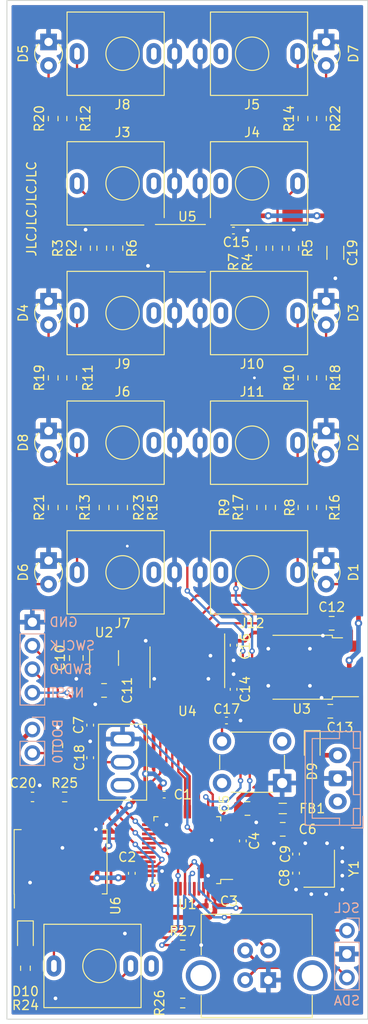
<source format=kicad_pcb>
(kicad_pcb (version 20241229) (generator "pcbnew") (generator_version "9.0")
  (layers (0 "F.Cu" signal) (2 "B.Cu" signal) (13 "F.Paste" user) (15 "B.Paste" user) (5 "F.SilkS" user "F.Silkscreen") (7 "B.SilkS" user "B.Silkscreen") (1 "F.Mask" user) (3 "B.Mask" user) (25 "Edge.Cuts" user))
  (net 0 "")
  (net 1 "+3.3V")
  (net 2 "GND")
  (net 3 "+3.3VA")
  (net 4 "Net-(C17-Pad1)")
  (net 20 "/OSC_IN")
  (net 21 "/OSC_OUT")
  (net 22 "+5V")
  (net 23 "+12V")
  (net 24 "DAC_OUT1")
  (net 25 "DAC_OUT2")
  (net 26 "/USB_D-")
  (net 27 "/USB_D+")
  (net 28 "/SWDIO")
  (net 29 "/SWCLK")
  (net 30 "Net-(SW2-B)")
  (net 31 "Net-(U4-A1)")
  (net 32 "Net-(D1-A)")
  (net 33 "Net-(U4-A2)")
  (net 34 "Net-(D2-A)")
  (net 35 "Net-(U4-A3)")
  (net 36 "Net-(D3-A)")
  (net 37 "Net-(U4-A4)")
  (net 38 "Net-(D4-A)")
  (net 39 "Net-(U4-A5)")
  (net 40 "Net-(D5-A)")
  (net 41 "Net-(U4-A6)")
  (net 42 "Net-(D6-A)")
  (net 43 "Net-(U4-A7)")
  (net 44 "Net-(D7-A)")
  (net 45 "Net-(U4-A8)")
  (net 46 "Net-(D8-A)")
  (net 47 "/+12V_RAW")
  (net 48 "Net-(J1-VBUS)")
  (net 50 "Net-(J3-PadT)")
  (net 52 "Net-(J4-PadT)")
  (net 54 "Net-(J5-PadT)")
  (net 56 "Net-(J6-PadT)")
  (net 58 "Net-(J7-PadT)")
  (net 60 "Net-(J8-PadT)")
  (net 62 "Net-(J9-PadT)")
  (net 64 "Net-(J10-PadT)")
  (net 66 "Net-(J11-PadT)")
  (net 68 "Net-(J12-PadT)")
  (net 71 "Net-(J14-Pin_2)")
  (net 72 "Net-(U5A--)")
  (net 73 "Net-(U5B--)")
  (net 74 "Net-(R6-Pad1)")
  (net 75 "Net-(R7-Pad1)")
  (net 77 "Net-(D10-K)")
  (net 79 "/MIDI_IN_TIP")
  (net 80 "/MIDI_IN_RING")
  (net 84 "PB10")
  (net 85 "PB2")
  (net 86 "PB1")
  (net 87 "PB0")
  (net 88 "PA7")
  (net 89 "PA6")
  (net 90 "PA3")
  (net 91 "PB12")
  (net 92 "UART1_RX")
  (net 93 "Net-(U1-PA8)")
  (net 94 "UART1_TX")
  (net 95 "NRST")
  (net 96 "I2C1_SCL")
  (net 97 "I2C1_SDA")
  (footprint "Capacitor_SMD:C_0402_1005Metric" (layer "F.Cu") (at 138.5 138.5)
    (property "Reference" "C1")
    (property "Value" "100n")
  )
  (footprint "Capacitor_SMD:C_0603_1608Metric" (layer "F.Cu") (at 124.265 138.75 180)
    (property "Reference" "C20")
    (property "Value" "100n")
  )
  (footprint "Capacitor_SMD:C_0805_2012Metric" (layer "F.Cu") (at 132 127.25 180)
    (property "Reference" "C11")
    (property "Value" "1u")
  )
  (footprint "TimsLib:LED_D3.0mm_Centered" (layer "F.Cu") (at 126 86.5 -90)
    (property "Reference" "D4")
    (property "Value" "LED")
  )
  (footprint "Resistor_SMD:R_0603_1608Metric" (layer "F.Cu") (at 150.75 79.5 -90)
    (property "Reference" "R4")
    (property "Value" "100k")
  )
  (footprint "Resistor_SMD:R_0603_1608Metric" (layer "F.Cu") (at 155.5 93.5 90)
    (property "Reference" "R18")
    (property "Value" "1k5")
  )
  (footprint "TimsLib:LED_D3.0mm_Centered" (layer "F.Cu") (at 156 114.5 -90)
    (property "Reference" "D1")
    (property "Value" "LED")
  )
  (footprint "Resistor_SMD:R_0603_1608Metric" (layer "F.Cu") (at 127 133.19 90)
    (property "Reference" "R1" (hide yes))
    (property "Value" "10k")
  )
  (footprint "TimsLib:Reichelt_FIS-USB-2-B-180" (layer "F.Cu") (at 148.499999 157)
    (property "Reference" "J1" (hide yes))
    (property "Value" "USB_B")
  )
  (footprint "Package_SO:TSSOP-24_4.4x7.8mm_P0.65mm" (layer "F.Cu") (at 141 124.75 -90)
    (property "Reference" "U4")
    (property "Value" "SN74LVC4245")
  )
  (footprint "Capacitor_SMD:C_0805_2012Metric" (layer "F.Cu") (at 151.3125 142.25 180)
    (property "Reference" "C6")
    (property "Value" "1u")
  )
  (footprint "Resistor_SMD:R_0603_1608Metric" (layer "F.Cu") (at 153.5 93.5 -90)
    (property "Reference" "R10")
    (property "Value" "1k")
  )
  (footprint "Capacitor_SMD:C_0805_2012Metric" (layer "F.Cu") (at 156.602976 120 180)
    (property "Reference" "C12")
    (property "Value" "100n")
  )
  (footprint "Resistor_SMD:R_0603_1608Metric" (layer "F.Cu") (at 140.5 154.75 180)
    (property "Reference" "R27")
    (property "Value" "82k")
  )
  (footprint "Capacitor_SMD:C_0805_2012Metric" (layer "F.Cu") (at 147.5 140)
    (property "Reference" "C5")
    (property "Value" "1u")
  )
  (footprint "Resistor_SMD:R_0603_1608Metric" (layer "F.Cu") (at 148 107.5 -90)
    (property "Reference" "R9")
    (property "Value" "1k")
  )
  (footprint "Resistor_SMD:R_0603_1608Metric" (layer "F.Cu") (at 131.75 79.5 -90)
    (property "Reference" "R2")
    (property "Value" "100k")
  )
  (footprint "Package_TO_SOT_SMD:SOT-23-3" (layer "F.Cu") (at 132 123.75 90)
    (property "Reference" "U2")
    (property "Value" "XC6206P332MR")
  )
  (footprint "Capacitor_SMD:C_0402_1005Metric" (layer "F.Cu") (at 143.5 150.5 180)
    (property "Reference" "C3")
    (property "Value" "100n")
  )
  (footprint "TimsLib:Jack_3.5mm_PJ366ST_Vertical" (layer "F.Cu") (at 131.5 157 90)
    (property "Reference" "J15" (hide yes))
    (property "Value" "MIDI")
  )
  (footprint "TimsLib:Jack_3.5mm_PJ398SM_Vertical" (layer "F.Cu") (at 134 58.5 90)
    (property "Reference" "J8")
    (property "Value" "START")
  )
  (footprint "Crystal:Crystal_SMD_3225-4Pin_3.2x2.5mm" (layer "F.Cu") (at 155.25 146.5 90)
    (property "Reference" "Y1")
    (property "Value" "16 MHz")
  )
  (footprint "TimsLib:Jack_3.5mm_PJ398SM_Vertical" (layer "F.Cu") (at 148 58.5 -90)
    (property "Reference" "J5")
    (property "Value" "GATE")
  )
  (footprint "Capacitor_SMD:C_0402_1005Metric" (layer "F.Cu") (at 147 143.5 -90)
    (property "Reference" "C4")
    (property "Value" "10n")
  )
  (footprint "Resistor_SMD:R_0603_1608Metric" (layer "F.Cu") (at 149 79.5 -90)
    (property "Reference" "R7")
    (property "Value" "1k")
  )
  (footprint "Package_TO_SOT_SMD:TO-252-2" (layer "F.Cu") (at 153.362976 124.75 180)
    (property "Reference" "U3")
    (property "Value" "L78M05ABDT-TR")
  )
  (footprint "Resistor_SMD:R_0603_1608Metric" (layer "F.Cu") (at 133.5 79.5 -90)
    (property "Reference" "R6")
    (property "Value" "1k")
  )
  (footprint "Package_QFP:LQFP-48_7x7mm_P0.5mm" (layer "F.Cu") (at 141 144.5 180)
    (property "Reference" "U1")
    (property "Value" "STM32L151C8T6")
  )
  (footprint "Capacitor_SMD:C_0402_1005Metric" (layer "F.Cu") (at 135 147 90)
    (property "Reference" "C2")
    (property "Value" "100n")
  )
  (footprint "Package_SO:SOIC-8_3.9x4.9mm_P1.27mm" (layer "F.Cu") (at 141 79.5)
    (property "Reference" "U5")
    (property "Value" "LM358")
  )
  (footprint "Capacitor_SMD:C_0805_2012Metric" (layer "F.Cu") (at 129 123.75 -90)
    (property "Reference" "C10")
    (property "Value" "1u")
  )
  (footprint "Resistor_SMD:R_0603_1608Metric" (layer "F.Cu") (at 134 107.5 90)
    (property "Reference" "R15")
    (property "Value" "1k")
  )
  (footprint "Resistor_SMD:R_0603_1608Metric" (layer "F.Cu") (at 152.5 79.5 90)
    (property "Reference" "R5")
    (property "Value" "100k")
  )
  (footprint "TimsLib:LED_D3.0mm_Centered" (layer "F.Cu") (at 126 58.5 -90)
    (property "Reference" "D5")
    (property "Value" "LED")
  )
  (footprint "TimsLib:Jack_3.5mm_PJ398SM_Vertical" (layer "F.Cu") (at 148 72.5 -90)
    (property "Reference" "J4")
    (property "Value" "VELOCITY")
  )
  (footprint "TimsLib:Jack_3.5mm_PJ398SM_Vertical" (layer "F.Cu") (at 148 86.5 -90)
    (property "Reference" "J10")
    (property "Value" "GATE 3")
  )
  (footprint "Capacitor_SMD:C_0402_1005Metric" (layer "F.Cu") (at 152.75 144.92 90)
    (property "Reference" "C9")
    (property "Value" "10p")
  )
  (footprint "Inductor_SMD:L_0805_2012Metric" (layer "F.Cu") (at 151.3125 140)
    (property "Reference" "FB1")
    (property "Value" "600R")
  )
  (footprint "Resistor_SMD:R_0603_1608Metric" (layer "F.Cu") (at 128.5 93.5 90)
    (property "Reference" "R11")
    (property "Value" "1k")
  )
  (footprint "Capacitor_SMD:C_1206_3216Metric" (layer "F.Cu") (at 157 80 -90)
    (property "Reference" "C19")
    (property "Value" "10u")
  )
  (footprint "Resistor_SMD:R_0603_1608Metric" (layer "F.Cu") (at 153.5 107.5 90)
    (property "Reference" "R8")
    (property "Value" "1k")
  )
  (footprint "Resistor_SMD:R_0603_1608Metric" (layer "F.Cu") (at 140.5 161)
    (property "Reference" "R26")
    (property "Value" "33k")
  )
  (footprint "TimsLib:Jack_3.5mm_PJ398SM_Vertical" (layer "F.Cu") (at 134 72.5 90)
    (property "Reference" "J3")
    (property "Value" "PITCH")
  )
  (footprint "TimsLib:Jack_3.5mm_PJ398SM_Vertical" (layer "F.Cu") (at 148 114.5 -90)
    (property "Reference" "J12")
    (property "Value" "GATE 1")
  )
  (footprint "Resistor_SMD:R_0603_1608Metric" (layer "F.Cu") (at 127.745 138.75 180)
    (property "Reference" "R25")
    (property "Value" "470")
  )
  (footprint "Resistor_SMD:R_0603_1608Metric" (layer "F.Cu") (at 130 79.5 90)
    (property "Reference" "R3")
    (property "Value" "100k")
  )
  (footprint "TimsLib:Switch_SPDT_Micro-Toggle" (layer "F.Cu") (at 134 135 180)
    (property "Reference" "SW2" (hide yes))
    (property "Value" "MONO/POLY")
  )
  (footprint "Capacitor_SMD:C_0805_2012Metric" (layer "F.Cu") (at 156.452976 129.5 180)
    (property "Reference" "C13")
    (property "Value" "330n")
  )
  (footprint "TimsLib:LED_D3.0mm_Centered" (layer "F.Cu") (at 126 114.5 -90)
    (property "Reference" "D6")
    (property "Value" "LED")
  )
  (footprint "Resistor_SMD:R_0603_1608Metric" (layer "F.Cu") (at 155.5 65.5 90)
    (property "Reference" "R22")
    (property "Value" "1k5")
  )
  (footprint "Diode_SMD:D_SOD-323" (layer "F.Cu") (at 154.5 133.2 -90)
    (property "Reference" "D9")
    (property "Value" "1N5819WS")
  )
  (footprint "Capacitor_SMD:C_0402_1005Metric" (layer "F.Cu") (at 145.23 130.5)
    (property "Reference" "C17")
    (property "Value" "100n")
  )
  (footprint "Capacitor_SMD:C_0402_1005Metric" (layer "F.Cu") (at 130.5 134.52 90)
    (property "Reference" "C18")
    (property "Value" "100n")
  )
  (footprint "TimsLib:LED_D3.0mm_Centered" (layer "F.Cu") (at 156 58.5 -90)
    (property "Reference" "D7")
    (property "Value" "LED")
  )
  (footprint "TimsLib:LED_D3.0mm_Centered" (layer "F.Cu") (at 156 100.5 -90)
    (property "Reference" "D2")
    (property "Value" "LED")
  )
  (footprint "Resistor_SMD:R_0603_1608Metric" (layer "F.Cu") (at 126.5 107.5 -90)
    (property "Reference" "R21")
    (property "Value" "1k5")
  )
  (footprint "TimsLib:LED_D3.0mm_Centered" (layer "F.Cu") (at 156 86.5 -90)
    (property "Reference" "D3")
    (property "Value" "LED")
  )
  (footprint "TimsLib:Jack_3.5mm_PJ398SM_Vertical" (layer "F.Cu") (at 134 114.5 90)
    (property "Reference" "J7")
    (property "Value" "CLOCK")
  )
  (footprint "Resistor_SMD:R_0603_1608Metric" (layer "F.Cu") (at 155.5 107.5 -90)
    (property "Reference" "R16")
    (property "Value" "1k5")
  )
  (footprint "Capacitor_SMD:C_0402_1005Metric" (layer "F.Cu") (at 146 122.3675 -90)
    (property "Reference" "C16")
    (property "Value" "100n")
  )
  (footprint "Resistor_SMD:R_0603_1608Metric" (layer "F.Cu") (at 132 107.5 90)
    (property "Reference" "R23")
    (property "Value" "1k5")
  )
  (footprint "Capacitor_SMD:C_0402_1005Metric" (layer "F.Cu") (at 130.5 131 -90)
    (property "Reference" "C7")
    (property "Value" "100n")
  )
  (footprint "TimsLib:Jack_3.5mm_PJ398SM_Vertical" (layer "F.Cu") (at 134 86.5 90)
    (property "Reference" "J9")
    (property "Value" "GATE 4")
  )
  (footprint "Resistor_SMD:R_0603_1608Metric" (layer "F.Cu") (at 126.5 65.5 90)
    (property "Reference" "R20")
    (property "Value" "1k5")
  )
  (footprint "Package_SO:SSO-8_6.7x9.8mm_P2.54mm_Clearance8mm" (layer "F.Cu") (at 127.3 145.75 90)
    (property "Reference" "U6")
    (property "Value" "6N137")
  )
  (footprint "Capacitor_SMD:C_0402_1005Metric" (layer "F.Cu") (at 152.75 146.98 -90)
    (property "Reference" "C8")
    (property "Value" "10p")
  )
  (footprint "Diode_SMD:D_SOD-323" (layer "F.Cu") (at 123.5 153.75 -90)
    (property "Reference" "D10")
    (property "Value" "1N4148WS")
  )
  (footprint "TimsLib:Switch_Push_6mm" (layer "F.Cu") (at 144.75 132.75)
    (property "Reference" "SW1" (hide yes))
    (property "Value" "LEARN")
  )
  (footprint "Resistor_SMD:R_0603_1608Metric" (layer "F.Cu") (at 126.5 93.5 90)
    (property "Reference" "R19")
    (property "Value" "1k5")
  )
  (footprint "Resistor_SMD:R_0603_1608Metric" (layer "F.Cu") (at 128.5 65.5 90)
    (property "Reference" "R12")
    (property "Value" "1k")
  )
  (footprint "Resistor_SMD:R_0603_1608Metric" (layer "F.Cu") (at 128.5 107.5 -90)
    (property "Reference" "R13")
    (property "Value" "1k")
  )
  (footprint "Capacitor_SMD:C_0402_1005Metric" (layer "F.Cu") (at 145.98 77.595)
    (property "Reference" "C15")
    (property "Value" "100n")
  )
  (footprint "Capacitor_SMD:C_0402_1005Metric" (layer "F.Cu") (at 146 127.1325 90)
    (property "Reference" "C14")
    (property "Value" "100n")
  )
  (footprint "Resistor_SMD:R_0603_1608Metric" (layer "F.Cu") (at 123.5 157.25 90)
    (property "Reference" "R24")
    (property "Value" "220")
  )
  (footprint "TimsLib:Jack_3.5mm_PJ398SM_Vertical" (layer "F.Cu") (at 148 100.5 -90)
    (property "Reference" "J11")
    (property "Value" "GATE 2")
  )
  (footprint "Resistor_SMD:R_0603_1608Metric" (layer "F.Cu") (at 153.5 65.5 90)
    (property "Reference" "R14")
    (property "Value" "1k")
  )
  (footprint "TimsLib:Jack_3.5mm_PJ398SM_Vertical" (layer "F.Cu") (at 134 100.5 90)
    (property "Reference" "J6")
    (property "Value" "TRIGGER")
  )
  (footprint "Resistor_SMD:R_0603_1608Metric" (layer "F.Cu") (at 150 107.5 90)
    (property "Reference" "R17")
    (property "Value" "1k5")
  )
  (footprint "TimsLib:LED_D3.0mm_Centered" (layer "F.Cu") (at 126 100.5 -90)
    (property "Reference" "D8")
    (property "Value" "LED")
  )
  (footprint "Connector_PinHeader_2.54mm:PinHeader_1x04_P2.54mm_Vertical" (layer "B.Cu") (at 124.25 119.88 180)
    (property "Reference" "J2" (hide yes))
    (property "Value" "SWD")
  )
  (footprint "Connector_PinHeader_2.54mm:PinHeader_1x03_P2.54mm_Vertical" (layer "B.Cu") (at 158.25 153.17 180)
    (property "Reference" "J16" (hide yes))
    (property "Value" "EXT")
  )
  (footprint "Connector_PinHeader_2.54mm:PinHeader_1x02_P2.54mm_Vertical" (layer "B.Cu") (at 124.25 131.475 180)
    (property "Reference" "J14" (hide yes))
    (property "Value" "BOOT")
  )
  (footprint "Connector_JST:JST_XH_B3B-XH-A_1x03_P2.50mm_Vertical" (layer "B.Cu") (at 157.25 139.25 90)
    (property "Reference" "J13" (hide yes))
    (property "Value" "Power")
  )
  (gr_rect (start 121.5 52.75) (end 160.5 162.75) (stroke (width 0.1)) (fill no) (layer "Edge.Cuts"))
  (gr_text "JLCJLCJLCJLC" (at 124.75 75.25 90) (layer "F.SilkS") (effects (font (size 1 1)) (justify bottom)))
  (segment (start 135 147.48) (end 135 149) (width 0.5) (layer "F.Cu") (net 1))
  (segment (start 135.632892 147.48) (end 135 147.48) (width 0.3) (layer "F.Cu") (net 1))
  (segment (start 152.25 149.75) (end 153 150.5) (width 0.5) (layer "F.Cu") (net 1))
  (segment (start 138.910291 125.75) (end 138.047791 124.8875) (width 0.4) (layer "F.Cu") (net 1))
  (segment (start 137.75 151.75) (end 143.443863 151.75) (width 0.5) (layer "F.Cu") (net 1))
  (segment (start 158.25 142.25) (end 152.2625 142.25) (width 0.5) (layer "F.Cu") (net 1))
  (segment (start 144.575 127.6125) (end 144.575 125.486616) (width 0.4) (layer "F.Cu") (net 1))
  (segment (start 123.49 136.24) (end 125.74 136.24) (width 0.5) (layer "F.Cu") (net 1))
  (segment (start 152.375 140) (end 152.375 142.1375) (width 0.5) (layer "F.Cu") (net 1))
  (segment (start 126.5 147.5) (end 123.49 144.49) (width 0.5) (layer "F.Cu") (net 1))
  (segment (start 126.92 137.42) (end 126.92 138.75) (width 0.5) (layer "F.Cu") (net 1))
  (segment (start 145.1625 147.718349) (end 145.1625 147.25) (width 0.3) (layer "F.Cu") (net 1))
  (segment (start 143.98 149.880872) (end 143.98 150.5) (width 0.3) (layer "F.Cu") (net 1))
  (segment (start 135.862892 147.25) (end 135.632892 147.48) (width 0.3) (layer "F.Cu") (net 1))
  (segment (start 143.75 148.6625) (end 143.75 149.650872) (width 0.3) (layer "F.Cu") (net 1))
  (segment (start 141.75 125.75) (end 138.910291 125.75) (width 0.4) (layer "F.Cu") (net 1))
  (segment (start 132.95 127.45) (end 132.95 127.25) (width 0.5) (layer "F.Cu") (net 1))
  (segment (start 131.25 147.5) (end 126.5 147.5) (width 0.5) (layer "F.Cu") (net 1))
  (segment (start 122.599703 133.125297) (end 122.599703 135.349703) (width 0.5) (layer "F.Cu") (net 1))
  (segment (start 122.599703 135.349703) (end 123.49 136.24) (width 0.5) (layer "F.Cu") (net 1))
  (segment (start 144.892576 150.5) (end 145.642576 149.75) (width 0.5) (layer "F.Cu") (net 1))
  (segment (start 152.375 142.1375) (end 152.2625 142.25) (width 0.5) (layer "F.Cu") (net 1))
  (segment (start 135 149) (end 137.75 151.75) (width 0.5) (layer "F.Cu") (net 1))
  (segment (start 153 150.5) (end 158.25 150.5) (width 0.5) (layer "F.Cu") (net 1))
  (segment (start 133.539693 147.48) (end 135 147.48) (width 0.5) (layer "F.Cu") (net 1))
  (segment (start 132.95 124.8875) (end 132.95 127.25) (width 0.6) (layer "F.Cu") (net 1))
  (segment (start 143.98 151.213863) (end 143.98 150.5) (width 0.5) (layer "F.Cu") (net 1))
  (segment (start 138.02 139.130418) (end 138.02 138.5) (width 0.3) (layer "F.Cu") (net 1))
  (segment (start 134.72602 139.658673) (end 136.5 137.884693) (width 0.5) (layer "F.Cu") (net 1))
  (segment (start 143.98 150.5) (end 144.892576 150.5) (width 0.5) (layer "F.Cu") (net 1))
  (segment (start 136.5 137.884693) (end 136.5 136.25) (width 0.5) (layer "F.Cu") (net 1))
  (segment (start 123.49 144.49) (end 123.49 140.99) (width 0.5) (layer "F.Cu") (net 1))
  (segment (start 143.443863 151.75) (end 143.98 151.213863) (width 0.5) (layer "F.Cu") (net 1))
  (segment (start 138.02 137.630815) (end 138.02 138.5) (width 0.5) (layer "F.Cu") (net 1))
  (segment (start 138.25 139.360418) (end 138.02 139.130418) (width 0.3) (layer "F.Cu") (net 1))
  (segment (start 159.25 143.25) (end 158.25 142.25) (width 0.5) (layer "F.Cu") (net 1))
  (segment (start 142.410291 125.089709) (end 141.75 125.75) (width 0.4) (layer "F.Cu") (net 1))
  (segment (start 134.125 128.625) (end 132.95 127.45) (width 0.5) (layer "F.Cu") (net 1))
  (segment (start 145.642576 149.75) (end 152.25 149.75) (width 0.5) (layer "F.Cu") (net 1))
  (segment (start 131.25 145.25) (end 132.5 144) (width 0.5) (layer "F.Cu") (net 1))
  (segment (start 138.047791 124.8875) (end 132.95 124.8875) (width 0.4) (layer "F.Cu") (net 1))
  (segment (start 159.25 149.5) (end 159.25 143.25) (width 0.5) (layer "F.Cu") (net 1))
  (segment (start 143.75 149.650872) (end 143.98 149.880872) (width 0.3) (layer "F.Cu") (net 1))
  (segment (start 144.218349 148.6625) (end 145.1625 147.718349) (width 0.3) (layer "F.Cu") (net 1))
  (segment (start 143.75 148.6625) (end 144.218349 148.6625) (width 0.3) (layer "F.Cu") (net 1))
  (segment (start 136.8375 147.25) (end 135.862892 147.25) (width 0.3) (layer "F.Cu") (net 1))
  (segment (start 135.625 128.625) (end 134.125 128.625) (width 0.5) (layer "F.Cu") (net 1))
  (segment (start 144.575 125.486616) (end 144.178093 125.089709) (width 0.4) (layer "F.Cu") (net 1))
  (segment (start 124.25 131.475) (end 122.599703 133.125297) (width 0.5) (layer "F.Cu") (net 1))
  (segment (start 138.25 140.3375) (end 138.25 139.360418) (width 0.3) (layer "F.Cu") (net 1))
  (segment (start 123.49 136.24) (end 123.49 140.74) (width 0.5) (layer "F.Cu") (net 1))
  (segment (start 138.400815 137.25) (end 138.02 137.630815) (width 0.5) (layer "F.Cu") (net 1))
  (segment (start 146 127.6125) (end 144.575 127.6125) (width 0.4) (layer "F.Cu") (net 1))
  (segment (start 144.575 127.6125) (end 143.925 127.6125) (width 0.4) (layer "F.Cu") (net 1))
  (segment (start 158.25 150.5) (end 159.25 149.5) (width 0.5) (layer "F.Cu") (net 1))
  (segment (start 131.25 147.5) (end 131.25 145.25) (width 0.5) (layer "F.Cu") (net 1))
  (segment (start 125.74 136.24) (end 126.92 137.42) (width 0.5) (layer "F.Cu") (net 1))
  (segment (start 136.5 136.25) (end 136.5 129.5) (width 0.5) (layer "F.Cu") (net 1))
  (segment (start 144.178093 125.089709) (end 142.410291 125.089709) (width 0.4) (layer "F.Cu") (net 1))
  (segment (start 136.5 129.5) (end 135.625 128.625) (width 0.5) (layer "F.Cu") (net 1))
  (via (at 136.5 136.25) (size 0.8) (drill 0.4) (layers "F.Cu" "B.Cu") (net 1))
  (via (at 132.5 144) (size 0.8) (drill 0.4) (layers "F.Cu" "B.Cu") (net 1))
  (via (at 131.25 147.5) (size 0.8) (drill 0.4) (layers "F.Cu" "B.Cu") (net 1))
  (via (at 134.72602 139.658673) (size 0.8) (drill 0.4) (layers "F.Cu" "B.Cu") (net 1))
  (via (at 138.400815 137.25) (size 0.8) (drill 0.4) (layers "F.Cu" "B.Cu") (net 1))
  (via (at 133.539693 147.48) (size 0.8) (drill 0.4) (layers "F.Cu" "B.Cu") (net 1))
  (segment (start 131.25 147.5) (end 131.27 147.48) (width 0.5) (layer "B.Cu") (net 1))
  (segment (start 134.72602 139.658673) (end 132.5 141.884693) (width 0.5) (layer "B.Cu") (net 1))
  (segment (start 132.5 141.884693) (end 132.5 144) (width 0.5) (layer "B.Cu") (net 1))
  (segment (start 136.5 136.25) (end 137.400815 136.25) (width 0.5) (layer "B.Cu") (net 1))
  (segment (start 137.400815 136.25) (end 138.400815 137.25) (width 0.5) (layer "B.Cu") (net 1))
  (segment (start 131.27 147.48) (end 133.539693 147.48) (width 0.5) (layer "B.Cu") (net 1))
  (segment (start 143.275 126.025) (end 143.25 126) (width 0.25) (layer "F.Cu") (net 2))
  (segment (start 156.1 145.4) (end 156.1 143.75) (width 0.5) (layer "F.Cu") (net 2))
  (segment (start 130.8625 124.7) (end 131.05 124.8875) (width 0.5) (layer "F.Cu") (net 2))
  (segment (start 143.967403 143.75) (end 143.638166 143.420763) (width 0.3) (layer "F.Cu") (net 2))
  (segment (start 157.75 148.75) (end 157.75 147.25) (width 0.5) (layer "F.Cu") (net 2))
  (segment (start 150.3625 143.75) (end 150.3625 142.25) (width 0.5) (layer "F.Cu") (net 2))
  (segment (start 145.1625 143.75) (end 143.967403 143.75) (width 0.3) (layer "F.Cu") (net 2))
  (segment (start 138.75 139.352961) (end 138.98 139.122961) (width 0.3) (layer "F.Cu") (net 2))
  (segment (start 153.25 149.25) (end 152.75 148.75) (width 0.5) (layer "F.Cu") (net 2))
  (segment (start 129 124.7) (end 130.8625 124.7) (width 0.6) (layer "F.Cu") (net 2))
  (segment (start 147.520416 77.595) (end 147.532316 77.5831) (width 0.5) (layer "F.Cu") (net 2))
  (segment (start 127 132.365) (end 127 131.25) (width 0.5) (layer "F.Cu") (net 2))
  (segment (start 154.25 126.75) (end 154.25 126.747024) (width 1) (layer "F.Cu") (net 2))
  (segment (start 145.71 130.5) (end 146.75 130.5) (width 0.5) (layer "F.Cu") (net 2))
  (segment (start 154.4 147.6) (end 152.89 147.6) (width 0.5) (layer "F.Cu") (net 2))
  (segment (start 136.8375 146.75) (end 135.858619 146.75) (width 0.3) (layer "F.Cu") (net 2))
  (segment (start 157.75 144.25) (end 157.25 143.75) (width 0.5) (layer "F.Cu") (net 2))
  (segment (start 154.25 126.747024) (end 153.777976 126.275) (width 1) (layer "F.Cu") (net 2))
  (segment (start 146 122.8475) (end 146 124) (width 0.5) (layer "F.Cu") (net 2))
  (segment (start 143.275 127.6125) (end 143.275 126) (width 0.4) (layer "F.Cu") (net 2))
  (segment (start 131.05 124.8875) (end 131.05 127.25) (width 0.6) (layer "F.Cu") (net 2))
  (segment (start 141.325 154.75) (end 142.5 154.75) (width 0.5) (layer "F.Cu") (net 2))
  (segment (start 138.525 81.405) (end 136.75 81.405) (width 0.5) (layer "F.Cu") (net 2))
  (segment (start 157 81.160204) (end 157 82.435204) (width 0.5) (layer "F.Cu") (net 2))
  (segment (start 155.25 127.75) (end 155.252976 127.75) (width 1) (layer "F.Cu") (net 2))
  (segment (start 143.25 148.6625) (end 143.25 147.25) (width 0.3) (layer "F.Cu") (net 2))
  (segment (start 137.425 121.8875) (end 136.5 121.8875) (width 0.4) (layer "F.Cu") (net 2))
  (segment (start 138.075 121.8875) (end 137.425 121.8875) (width 0.4) (layer "F.Cu") (net 2))
  (segment (start 153.44 143.75) (end 152.75 144.44) (width 0.5) (layer "F.Cu") (net 2))
  (segment (start 129 126) (end 129 124.7) (width 0.5) (layer "F.Cu") (net 2))
  (segment (start 138.75 140.3375) (end 138.75 141.75) (width 0.3) (layer "F.Cu") (net 2))
  (segment (start 154.4 149.25) (end 156 149.25) (width 0.5) (layer "F.Cu") (net 2))
  (segment (start 152.89 147.6) (end 152.75 147.46) (width 0.5) (layer "F.Cu") (net 2))
  (segment (start 131.05 128.75) (end 131.05 127.25) (width 0.5) (layer "F.Cu") (net 2))
  (segment (start 138.98 139.122961) (end 138.98 138.5) (width 0.3) (layer "F.Cu") (net 2))
  (segment (start 154.252976 126.75) (end 155.25 127.747024) (width 1) (layer "F.Cu") (net 2))
  (segment (start 153.75 143.75) (end 153.44 143.75) (width 0.5) (layer "F.Cu") (net 2))
  (segment (start 155.652976 121.35) (end 155.652976 120) (width 1) (layer "F.Cu") (net 2))
  (segment (start 130.5 131.48) (end 130.5 132.75) (width 0.5) (layer "F.Cu") (net 2))
  (segment (start 154.25 122.75) (end 154.25 122.752976) (width 1) (layer "F.Cu") (net 2))
  (segment (start 157.25 143.75) (end 156.1 143.75) (width 0.5) (layer "F.Cu") (net 2))
  (segment (start 143.02 149.870075) (end 143.02 150.5) (width 0.3) (layer "F.Cu") (net 2))
  (segment (start 155.5 121.502976) (end 155.5 121.5) (width 1) (layer "F.Cu") (net 2))
  (segment (start 157.75 147.25) (end 157.75 145.75) (width 0.5) (layer "F.Cu") (net 2))
  (segment (start 155.5 121.5) (end 155.502976 121.5) (width 1) (layer "F.Cu") (net 2))
  (segment (start 136.8375 146.75) (end 138.25 146.75) (width 0.3) (layer "F.Cu") (net 2))
  (segment (start 152.75 147.46) (end 152.75 148.75) (width 0.5) (layer "F.Cu") (net 2))
  (segment (start 154.25 122.752976) (end 153.777976 123.225) (width 1) (layer "F.Cu") (net 2))
  (segment (start 155.502976 128) (end 155.502976 129.5) (width 1) (layer "F.Cu") (net 2))
  (segment (start 143.25 149.640075) (end 143.02 149.870075) (width 0.3) (layer "F.Cu") (net 2))
  (segment (start 138.75 140.3375) (end 138.75 139.352961) (width 0.3) (layer "F.Cu") (net 2))
  (segment (start 130 78.675) (end 130 77.5) (width 0.5) (layer "F.Cu") (net 2))
  (segment (start 154.25 126.75) (end 154.252976 126.75) (width 1) (layer "F.Cu") (net 2))
  (segment (start 154.4 147.6) (end 154.4 149.25) (width 0.5) (layer "F.Cu") (net 2))
  (segment (start 135.628619 146.52) (end 135 146.52) (width 0.3) (layer "F.Cu") (net 2))
  (segment (start 146.140002 143.75) (end 146.370002 143.98) (width 0.3) (layer "F.Cu") (net 2))
  (segment (start 135.858619 146.75) (end 135.628619 146.52) (width 0.3) (layer "F.Cu") (net 2))
  (segment (start 143.925 123.075) (end 143.5 123.5) (width 0.4) (layer "F.Cu") (net 2))
  (segment (start 157.25 149.25) (end 156 149.25) (width 0.5) (layer "F.Cu") (net 2))
  (segment (start 156.1 143.75) (end 153.75 143.75) (width 0.5) (layer "F.Cu") (net 2))
  (segment (start 154.25 122.75) (end 154.252976 122.75) (width 1) (layer "F.Cu") (net 2))
  (segment (start 146 126.6525) (end 146 125.5) (width 0.5) (layer "F.Cu") (net 2))
  (segment (start 155.25 127.747024) (end 155.25 127.75) (width 1) (layer "F.Cu") (net 2))
  (segment (start 146.46 77.595) (end 147.520416 77.595) (width 0.5) (layer "F.Cu") (net 2))
  (segment (start 138.25 146.75) (end 138.262299 146.762299) (width 0.3) (layer "F.Cu") (net 2))
  (segment (start 154.252976 122.75) (end 155.5 121.502976) (width 1) (layer "F.Cu") (net 2))
  (segment (start 143.925 121.8875) (end 143.925 123.075) (width 0.4) (layer "F.Cu") (net 2))
  (segment (start 157.75 148.75) (end 157.25 149.25) (width 0.5) (layer "F.Cu") (net 2))
  (segment (start 143.25 148.6625) (end 143.25 149.640075) (width 0.3) (layer "F.Cu") (net 2))
  (segment (start 125.04 138.75) (end 125.04 137.5) (width 0.5) (layer "F.Cu") (net 2))
  (segment (start 155.252976 127.75) (end 155.502976 128) (width 1) (layer "F.Cu") (net 2))
  (segment (start 130.5 134.04) (end 130.5 132.75) (width 0.5) (layer "F.Cu") (net 2))
  (segment (start 145.1625 143.75) (end 146.140002 143.75) (width 0.3) (layer "F.Cu") (net 2))
  (segment (start 148.45 140) (end 148.45 141.5) (width 0.5) (layer "F.Cu") (net 2))
  (segment (start 154.4 149.25) (end 153.25 149.25) (width 0.5) (layer "F.Cu") (net 2))
  (segment (start 152.5 78.675) (end 152.5 77.5) (width 0.5) (layer "F.Cu") (net 2))
  (segment (start 157.75 144.25) (end 157.75 145.75) (width 0.5) (layer "F.Cu") (net 2))
  (segment (start 155.502976 121.5) (end 155.652976 121.35) (width 1) (layer "F.Cu") (net 2))
  (segment (start 146.370002 143.98) (end 147 143.98) (width 0.3) (layer "F.Cu") (net 2))
  (segment (start 137.425 127.6125) (end 137.425 126) (width 0.4) (layer "F.Cu") (net 2))
  (segment (start 131.11 142.25) (end 131.11 140.74) (width 0.5) (layer "F.Cu") (net 2))
  (via (at 149.75 126.75) (size 0.8) (drill 0.4) (layers "F.Cu" "B.Cu") (net 2))
  (via (at 154.4 149.25) (size 0.8) (drill 0.4) (layers "F.Cu" "B.Cu") (net 2))
  (via (at 152.5 77.5) (size 0.8) (drill 0.4) (layers "F.Cu" "B.Cu") (net 2))
  (via (at 143.5 123.5) (size 0.8) (drill 0.4) (layers "F.Cu" "B.Cu") (net 2))
  (via (at 157.75 145.75) (size 0.8) (drill 0.4) (layers "F.Cu" "B.Cu") (net 2))
  (via (at 150.3625 143.75) (size 0.8) (drill 0.4) (layers "F.Cu" "B.Cu") (net 2))
  (via (at 146 124) (size 0.8) (drill 0.4) (layers "F.Cu" "B.Cu") (net 2))
  (via (at 134.25 153.5) (size 0.8) (drill 0.4) (layers "F.Cu" "B.Cu") (net 2))
  (via (at 156.1 143.75) (size 0.8) (drill 0.4) (layers "F.Cu" "B.Cu") (net 2))
  (via (at 138.75 141.75) (size 0.8) (drill 0.4) (layers "F.Cu" "B.Cu") (net 2))
  (via (at 149.75 122.75) (size 0.8) (drill 0.4) (layers "F.Cu" "B.Cu") (net 2))
  (via (at 154.25 126.75) (size 0.8) (drill 0.4) (layers "F.Cu" "B.Cu") (net 2))
  (via (at 143.25 147.25) (size 0.8) (drill 0.4) (layers "F.Cu" "B.Cu") (net 2))
  (via (at 125.04 137.5) (size 0.8) (drill 0.4) (layers "F.Cu" "B.Cu") (net 2))
  (via (at 146 125.5) (size 0.8) (drill 0.4) (layers "F.Cu" "B.Cu") (net 2))
  (via (at 146.75 130.5) (size 0.8) (drill 0.4) (layers "F.Cu" "B.Cu") (net 2))
  (via (at 148.25 93.5) (size 0.6) (drill 0.3) (layers "F.Cu" "B.Cu") (net 2))
  (via (at 129 126) (size 0.8) (drill 0.4) (layers "F.Cu" "B.Cu") (net 2))
  (via (at 156 149.25) (size 0.8) (drill 0.4) (layers "F.Cu" "B.Cu") (net 2))
  (via (at 153.75 143.75) (size 0.8) (drill 0.4) (layers "F.Cu" "B.Cu") (net 2))
  (via (at 157.75 148.75) (size 0.8) (drill 0.4) (layers "F.Cu" "B.Cu") (net 2))
  (via (at 131.11 142.25) (size 0.8) (drill 0.4) (layers "F.Cu" "B.Cu") (net 2))
  (via (at 137.425 126) (size 0.8) (drill 0.4) (layers "F.Cu" "B.Cu") (net 2))
  (via (at 155.510522 128.044919) (size 0.8) (drill 0.4) (layers "F.Cu" "B.Cu") (net 2))
  (via (at 134.51118 111.667566) (size 0.6) (drill 0.3) (layers "F.Cu" "B.Cu") (net 2))
  (via (at 130 77.5) (size 0.8) (drill 0.4) (layers "F.Cu" "B.Cu") (net 2))
  (via (at 148.45 141.5) (size 0.8) (drill 0.4) (layers "F.Cu" "B.Cu") (net 2))
  (via (at 157.75 144.25) (size 0.8) (drill 0.4) (layers "F.Cu" "B.Cu") (net 2))
  (via (at 138.262299 146.762299) (size 0.8) (drill 0.4) (layers "F.Cu" "B.Cu") (net 2))
  (via (at 130.5 132.75) (size 0.8) (drill 0.4) (layers "F.Cu" "B.Cu") (net 2))
  (via (at 142.5 154.75) (size 0.8) (drill 0.4) (layers "F.Cu" "B.Cu") (net 2))
  (via (at 124 148) (size 0.8) (drill 0.4) (layers "F.Cu" "B.Cu") (net 2))
  (via (at 154.25 122.75) (size 0.8) (drill 0.4) (layers "F.Cu" "B.Cu") (net 2))
  (via (at 147.532316 77.5831) (size 0.8) (drill 0.4) (layers "F.Cu" "B.Cu") (net 2))
  (via (at 157.75 147.25) (size 0.8) (drill 0.4) (layers "F.Cu" "B.Cu") (net 2))
  (via (at 152.75 148.75) (size 0.8) (drill 0.4) (layers "F.Cu" "B.Cu") (net 2))
  (via (at 136.5 121.8875) (size 0.8) (drill 0.4) (layers "F.Cu" "B.Cu") (net 2))
  (via (at 126.75 160.5) (size 0.8) (drill 0.4) (layers "F.Cu" "B.Cu") (net 2))
  (via (at 131.05 128.75) (size 0.8) (drill 0.4) (layers "F.Cu" "B.Cu") (net 2))
  (via (at 136.75 81.405) (size 0.8) (drill 0.4) (layers "F.Cu" "B.Cu") (net 2))
  (via (at 143.638166 143.420763) (size 0.8) (drill 0.4) (layers "F.Cu" "B.Cu") (net 2))
  (via (at 155.647313 121.331641) (size 0.8) (drill 0.4) (layers "F.Cu" "B.Cu") (net 2))
  (via (at 127 131.25) (size 0.8) (drill 0.4) (layers "F.Cu" "B.Cu") (net 2))
  (via (at 143.275 126) (size 0.8) (drill 0.4) (layers "F.Cu" "B.Cu") (net 2))
  (via (at 127.5 144.25) (size 0.8) (drill 0.4) (layers "F.Cu" "B.Cu") (net 2))
  (via (at 157 82.75) (size 0.8) (drill 0.4) (layers "F.Cu" "B.Cu") (net 2))
  (segment (start 146.144568 143.25) (end 146.374568 143.02) (width 0.3) (layer "F.Cu") (net 3))
  (segment (start 150.25 139) (end 149.75 138.5) (width 0.5) (layer "F.Cu") (net 3))
  (segment (start 147 141.655866) (end 146.55 141.205866) (width 0.5) (layer "F.Cu") (net 3))
  (segment (start 147 143.02) (end 147 141.655866) (width 0.5) (layer "F.Cu") (net 3))
  (segment (start 149.75 138.5) (end 147 138.5) (width 0.5) (layer "F.Cu") (net 3))
  (segment (start 147 138.5) (end 146.55 138.95) (width 0.5) (layer "F.Cu") (net 3))
  (segment (start 150.25 140) (end 150.25 139) (width 0.5) (layer "F.Cu") (net 3))
  (segment (start 145.1625 143.25) (end 146.144568 143.25) (width 0.3) (layer "F.Cu") (net 3))
  (segment (start 146.55 138.95) (end 146.55 140) (width 0.5) (layer "F.Cu") (net 3))
  (segment (start 146.55 141.205866) (end 146.55 140) (width 0.5) (layer "F.Cu") (net 3))
  (segment (start 146.374568 143.02) (end 147 143.02) (width 0.3) (layer "F.Cu") (net 3))
  (segment (start 144.75 132.75) (end 144.75 130.5) (width 0.25) (layer "F.Cu") (net 4))
  (segment (start 155.1 146.5) (end 156.1 147.5) (width 0.25) (layer "F.Cu") (net 20))
  (segment (start 152.75 146.5) (end 147.5 146.5) (width 0.25) (layer "F.Cu") (net 20))
  (segment (start 152.75 146.5) (end 155.1 146.5) (width 0.25) (layer "F.Cu") (net 20))
  (segment (start 147.5 146.5) (end 146.25 145.25) (width 0.25) (layer "F.Cu") (net 20))
  (segment (start 146.25 145.25) (end 145.1625 145.25) (width 0.25) (layer "F.Cu") (net 20))
  (segment (start 156.1 147.5) (end 156.1 147.6) (width 0.25) (layer "F.Cu") (net 20))
  (segment (start 147.75 144.75) (end 145.1625 144.75) (width 0.25) (layer "F.Cu") (net 21))
  (segment (start 152.75 145.4) (end 148.4 145.4) (width 0.25) (layer "F.Cu") (net 21))
  (segment (start 154.4 145.4) (end 152.75 145.4) (width 0.25) (layer "F.Cu") (net 21))
  (segment (start 148.4 145.4) (end 147.75 144.75) (width 0.25) (layer "F.Cu") (net 21))
  (segment (start 146 121.8875) (end 147.2375 121.8875) (width 0.4) (layer "F.Cu") (net 22))
  (segment (start 144.070147 124.489709) (end 142.489709 124.489709) (width 0.4) (layer "F.Cu") (net 22))
  (segment (start 154 118.5) (end 157.15473 118.5) (width 0.4) (layer "F.Cu") (net 22))
  (segment (start 135.1125 122.6125) (end 132 122.6125) (width 0.4) (layer "F.Cu") (net 22))
  (segment (start 144.575 121.8875) (end 144.575 123.984856) (width 0.4) (layer "F.Cu") (net 22))
  (segment (start 129 122.8) (end 131.8125 122.8) (width 0.6) (layer "F.Cu") (net 22))
  (segment (start 151.5 121) (end 154 118.5) (width 0.4) (layer "F.Cu") (net 22))
  (segment (start 144.575 123.984856) (end 144.070147 124.489709) (width 0.4) (layer "F.Cu") (net 22))
  (segment (start 146 121.8875) (end 144.575 121.8875) (width 0.4) (layer "F.Cu") (net 22))
  (segment (start 141.75 123.75) (end 136.25 123.75) (width 0.4) (layer "F.Cu") (net 22))
  (segment (start 147.2375 121.8875) (end 148.125 121) (width 0.4) (layer "F.Cu") (net 22))
  (segment (start 142.489709 124.489709) (end 141.75 123.75) (width 0.4) (layer "F.Cu") (net 22))
  (segment (start 136.25 123.75) (end 135.1125 122.6125) (width 0.4) (layer "F.Cu") (net 22))
  (segment (start 158.402976 120.85) (end 157.552976 120) (width 1) (layer "F.Cu") (net 22))
  (segment (start 148.125 121) (end 151.5 121) (width 0.4) (layer "F.Cu") (net 22))
  (segment (start 157.552976 118.898246) (end 157.552976 120) (width 0.4) (layer "F.Cu") (net 22))
  (segment (start 157.15473 118.5) (end 157.552976 118.898246) (width 0.4) (layer "F.Cu") (net 22))
  (segment (start 158.402976 122.47) (end 158.402976 120.85) (width 1) (layer "F.Cu") (net 22))
  (segment (start 131.8125 122.8) (end 132 122.6125) (width 0.6) (layer "F.Cu") (net 22))
  (segment (start 158.525 78.525) (end 159.5 79.5) (width 0.5) (layer "F.Cu") (net 23))
  (segment (start 159.5 120) (end 159.5 79.5) (width 0.5) (layer "F.Cu") (net 23))
  (segment (start 157 77) (end 156 76) (width 0.5) (layer "F.Cu") (net 23))
  (segment (start 156 76) (end 155 76) (width 0.5) (layer "F.Cu") (net 23))
  (segment (start 157 78.525) (end 157 77) (width 0.5) (layer "F.Cu") (net 23))
  (segment (start 154.5 132.15) (end 156.6 132.15) (width 0.5) (layer "F.Cu") (net 23))
  (segment (start 158.402976 128.5) (end 158.402976 127.03) (width 1) (layer "F.Cu") (net 23))
  (segment (start 143.475 76.525) (end 143.475 77.595) (width 0.5) (layer "F.Cu") (net 23))
  (segment (start 156.6 132.15) (end 157.402976 131.347024) (width 0.5) (layer "F.Cu") (net 23))
  (segment (start 157.402976 129.5) (end 158.402976 128.5) (width 1) (layer "F.Cu") (net 23))
  (segment (start 157 78.525) (end 158.525 78.525) (width 0.5) (layer "F.Cu") (net 23))
  (segment (start 149.75 76) (end 144 76) (width 0.5) (layer "F.Cu") (net 23))
  (segment (start 158.5 126.932976) (end 158.402976 127.03) (width 0.5) (layer "F.Cu") (net 23))
  (segment (start 158.5 124) (end 158.5 126.932976) (width 0.5) (layer "F.Cu") (net 23))
  (segment (start 145.5 77.595) (end 143.475 77.595) (width 0.5) (layer "F.Cu") (net 23))
  (segment (start 144 76) (end 143.475 76.525) (width 0.5) (layer "F.Cu") (net 23))
  (segment (start 157.402976 131.347024) (end 157.402976 129.5) (width 0.5) (layer "F.Cu") (net 23))
  (via (at 149.75 76) (size 0.8) (drill 0.4) (layers "F.Cu" "B.Cu") (net 23))
  (via (at 159.5 120) (size 0.8) (drill 0.4) (layers "F.Cu" "B.Cu") (net 23))
  (via (at 158.5 124) (size 0.8) (drill 0.4) (layers "F.Cu" "B.Cu") (net 23))
  (via (at 155 76) (size 0.8) (drill 0.4) (layers "F.Cu" "B.Cu") (net 23))
  (segment (start 159.5 120) (end 159.5 123) (width 0.5) (layer "B.Cu") (net 23))
  (segment (start 155 76) (end 149.75 76) (width 0.5) (layer "B.Cu") (net 23))
  (segment (start 159.5 123) (end 158.5 124) (width 0.5) (layer "B.Cu") (net 23))
  (segment (start 140.25 80.5) (end 140.25 82.75) (width 0.25) (layer "F.Cu") (net 24))
  (segment (start 137 83.5) (end 136 84.5) (width 0.25) (layer "F.Cu") (net 24))
  (segment (start 143.25 139) (end 143 138.75) (width 0.25) (layer "F.Cu") (net 24))
  (segment (start 147.75 132.75) (end 147.75 131) (width 0.25) (layer "F.Cu") (net 24))
  (segment (start 143.25 140.3375) (end 143.25 139) (width 0.25) (layer "F.Cu") (net 24))
  (segment (start 136 102.25) (end 141 107.25) (width 0.25) (layer "F.Cu") (net 24))
  (segment (start 139.885 80.135) (end 140.25 80.5) (width 0.25) (layer "F.Cu") (net 24))
  (segment (start 146.75 133.75) (end 147.75 132.75) (width 0.25) (layer "F.Cu") (net 24))
  (segment (start 136 84.5) (end 136 102.25) (width 0.25) (layer "F.Cu") (net 24))
  (segment (start 139.5 83.5) (end 137 83.5) (width 0.25) (layer "F.Cu") (net 24))
  (segment (start 146.75 137) (end 146.75 133.75) (width 0.25) (layer "F.Cu") (net 24))
  (segment (start 147 129) (end 147 123) (width 0.25) (layer "F.Cu") (net 24))
  (segment (start 138.525 80.135) (end 139.885 80.135) (width 0.25) (layer "F.Cu") (net 24))
  (segment (start 147.75 129.75) (end 147 129) (width 0.25) (layer "F.Cu") (net 24))
  (segment (start 140.25 82.75) (end 139.5 83.5) (width 0.25) (layer "F.Cu") (net 24))
  (segment (start 147.75 131) (end 147.75 129.75) (width 0.25) (layer "F.Cu") (net 24))
  (segment (start 141 107.25) (end 141 116.5) (width 0.25) (layer "F.Cu") (net 24))
  (via (at 141 116.5) (size 0.6) (drill 0.3) (layers "F.Cu" "B.Cu") (net 24))
  (via (at 146.75 137) (size 0.6) (drill 0.3) (layers "F.Cu" "B.Cu") (net 24))
  (via (at 143 138.75) (size 0.6) (drill 0.3) (layers "F.Cu" "B.Cu") (net 24))
  (via (at 147 123) (size 0.6) (drill 0.3) (layers "F.Cu" "B.Cu") (net 24))
  (segment (start 145.25 139.25) (end 146.75 137.75) (width 0.25) (layer "B.Cu") (net 24))
  (segment (start 147 121) (end 146 120) (width 0.25) (layer "B.Cu") (net 24))
  (segment (start 143 138.75) (end 143.5 139.25) (width 0.25) (layer "B.Cu") (net 24))
  (segment (start 143.5 139.25) (end 145.25 139.25) (width 0.25) (layer "B.Cu") (net 24))
  (segment (start 147 123) (end 147 121) (width 0.25) (layer "B.Cu") (net 24))
  (segment (start 146 120) (end 144.5 120) (width 0.25) (layer "B.Cu") (net 24))
  (segment (start 146.75 137.75) (end 146.75 137) (width 0.25) (layer "B.Cu") (net 24))
  (segment (start 144.5 120) (end 141 116.5) (width 0.25) (layer "B.Cu") (net 24))
  (segment (start 148.75 129.25) (end 148 128.5) (width 0.25) (layer "F.Cu") (net 25))
  (segment (start 148 128.5) (end 148 123) (width 0.25) (layer "F.Cu") (net 25))
  (segment (start 145 140.473311) (end 143.828897 141.644414) (width 0.25) (layer "F.Cu") (net 25))
  (segment (start 146 101.75) (end 146 85) (width 0.25) (layer "F.Cu") (net 25))
  (segment (start 143.475 82.475) (end 143.475 81.405) (width 0.25) (layer "F.Cu") (net 25))
  (segment (start 143.25 104.5) (end 146 101.75) (width 0.25) (layer "F.Cu") (net 25))
  (segment (start 143.828897 141.644414) (end 143.056875 141.644414) (width 0.25) (layer "F.Cu") (net 25))
  (segment (start 143.25 108.5) (end 143.25 110.25) (width 0.25) (layer "F.Cu") (net 25))
  (segment (start 146.25 113.25) (end 146.25 116.25) (width 0.25) (layer "F.Cu") (net 25))
  (segment (start 142.75 141.337539) (end 142.75 140.3375) (width 0.25) (layer "F.Cu") (net 25))
  (segment (start 147.75 134.25) (end 148.75 133.25) (width 0.25) (layer "F.Cu") (net 25))
  (segment (start 147.75 137) (end 147.75 134.25) (width 0.25) (layer "F.Cu") (net 25))
  (segment (start 143.25 108.5) (end 143.25 104.5) (width 0.25) (layer "F.Cu") (net 25))
  (segment (start 143.056875 141.644414) (end 142.75 141.337539) (width 0.25) (layer "F.Cu") (net 25))
  (segment (start 143.25 110.25) (end 145.5 112.5) (width 0.25) (layer "F.Cu") (net 25))
  (segment (start 148.75 133.25) (end 148.75 129.25) (width 0.25) (layer "F.Cu") (net 25))
  (segment (start 145.5 112.5) (end 146.25 113.25) (width 0.25) (layer "F.Cu") (net 25))
  (segment (start 146 85) (end 143.475 82.475) (width 0.25) (layer "F.Cu") (net 25))
  (segment (start 145 140) (end 145 140.473311) (width 0.25) (layer "F.Cu") (net 25))
  (via (at 148 123) (size 0.6) (drill 0.3) (layers "F.Cu" "B.Cu") (net 25))
  (via (at 145 140) (size 0.6) (drill 0.3) (layers "F.Cu" "B.Cu") (net 25))
  (via (at 147.75 137) (size 0.6) (drill 0.3) (layers "F.Cu" "B.Cu") (net 25))
  (via (at 146.25 116.25) (size 0.6) (drill 0.3) (layers "F.Cu" "B.Cu") (net 25))
  (segment (start 146.25 116.25) (end 146.25 117.5) (width 0.25) (layer "B.Cu") (net 25))
  (segment (start 148 119.25) (end 148 123) (width 0.25) (layer "B.Cu") (net 25))
  (segment (start 145 140) (end 145.75 140) (width 0.25) (layer "B.Cu") (net 25))
  (segment (start 147.75 138) (end 147.75 137) (width 0.25) (layer "B.Cu") (net 25))
  (segment (start 145.75 140) (end 147.75 138) (width 0.25) (layer "B.Cu") (net 25))
  (segment (start 146.25 117.5) (end 148 119.25) (width 0.25) (layer "B.Cu") (net 25))
  (segment (start 150.721446 156.675) (end 148.599999 156.675) (width 0.3) (layer "F.Cu") (net 26))
  (segment (start 136.8375 145.25) (end 133.542894 145.25) (width 0.3) (layer "F.Cu") (net 26))
  (segment (start 150.646446 153.25) (end 151.5 154.103554) (width 0.3) (layer "F.Cu") (net 26))
  (segment (start 132.25 146.542894) (end 132.25 148.603554) (width 0.3) (layer "F.Cu") (net 26))
  (segment (start 148.599999 156.675) (end 147.249999 155.325) (width 0.3) (layer "F.Cu") (net 26))
  (segment (start 132.25 148.603554) (end 136.896446 153.25) (width 0.3) (layer "F.Cu") (net 26))
  (segment (start 151.5 155.896446) (end 150.721446 156.675) (width 0.3) (layer "F.Cu") (net 26))
  (segment (start 133.542894 145.25) (end 132.25 146.542894) (width 0.3) (layer "F.Cu") (net 26))
  (segment (start 136.896446 153.25) (end 150.646446 153.25) (width 0.3) (layer "F.Cu") (net 26))
  (segment (start 151.5 154.103554) (end 151.5 155.896446) (width 0.3) (layer "F.Cu") (net 26))
  (segment (start 137.103554 152.75) (end 132.75 148.396446) (width 0.3) (layer "F.Cu") (net 27))
  (segment (start 152 156.103554) (end 152 153.896446) (width 0.3) (layer "F.Cu") (net 27))
  (segment (start 132.75 148.396446) (end 132.75 146.75) (width 0.3) (layer "F.Cu") (net 27))
  (segment (start 150.853554 152.75) (end 137.103554 152.75) (width 0.3) (layer "F.Cu") (net 27))
  (segment (start 148.599999 157.175) (end 150.928554 157.175) (width 0.3) (layer "F.Cu") (net 27))
  (segment (start 133.75 145.75) (end 136.8375 145.75) (width 0.3) (layer "F.Cu") (net 27))
  (segment (start 147.249999 158.525) (end 148.599999 157.175) (width 0.3) (layer "F.Cu") (net 27))
  (segment (start 132.75 146.75) (end 133.75 145.75) (width 0.3) (layer "F.Cu") (net 27))
  (segment (start 150.928554 157.175) (end 152 156.103554) (width 0.3) (layer "F.Cu") (net 27))
  (segment (start 152 153.896446) (end 150.853554 152.75) (width 0.3) (layer "F.Cu") (net 27))
  (segment (start 128.5 131.25) (end 126 128.75) (width 0.25) (layer "F.Cu") (net 28))
  (segment (start 135.375 142.625) (end 133.468644 140.718644) (width 0.25) (layer "F.Cu") (net 28))
  (segment (start 133.468644 140.244093) (end 131.966275 138.741724) (width 0.25) (layer "F.Cu") (net 28))
  (segment (start 133.468644 140.718644) (end 133.468644 140.244093) (width 0.25) (layer "F.Cu") (net 28))
  (segment (start 126 126.78) (end 124.25 125.03) (width 0.25) (layer "F.Cu") (net 28))
  (segment (start 138.25 145.640685) (end 137.640685 146.25) (width 0.25) (layer "F.Cu") (net 28))
  (segment (start 131.491724 138.741724) (end 128.5 135.75) (width 0.25) (layer "F.Cu") (net 28))
  (segment (start 126 128.75) (end 126 126.78) (width 0.25) (layer "F.Cu") (net 28))
  (segment (start 137.640685 146.25) (end 136.8375 146.25) (width 0.25) (layer "F.Cu") (net 28))
  (segment (start 138.25 145.5) (end 138.25 145.640685) (width 0.25) (layer "F.Cu") (net 28))
  (segment (start 128.5 135.75) (end 128.5 131.25) (width 0.25) (layer "F.Cu") (net 28))
  (segment (start 131.966275 138.741724) (end 131.491724 138.741724) (width 0.25) (layer "F.Cu") (net 28))
  (via (at 135.375 142.625) (size 0.6) (drill 0.3) (layers "F.Cu" "B.Cu") (net 28))
  (via (at 138.25 145.5) (size 0.6) (drill 0.3) (layers "F.Cu" "B.Cu") (net 28))
  (segment (start 138.25 145.5) (end 135.375 142.625) (width 0.25) (layer "B.Cu") (net 28))
  (segment (start 129.5 135.5) (end 129.5 130.75) (width 0.25) (layer "F.Cu") (net 29))
  (segment (start 127 125.24) (end 124.25 122.49) (width 0.25) (layer "F.Cu") (net 29))
  (segment (start 139.152579 146.928011) (end 138.25 147.83059) (width 0.25) (layer "F.Cu") (net 29))
  (segment (start 138.5 144.5) (end 139.152579 145.152579) (width 0.25) (layer "F.Cu") (net 29))
  (segment (start 129.5 130.75) (end 127 128.25) (width 0.25) (layer "F.Cu") (net 29))
  (segment (start 135.375 141.375) (end 129.5 135.5) (width 0.25) (layer "F.Cu") (net 29))
  (segment (start 138.25 147.83059) (end 138.25 148.6625) (width 0.25) (layer "F.Cu") (net 29))
  (segment (start 127 128.25) (end 127 125.24) (width 0.25) (layer "F.Cu") (net 29))
  (segment (start 139.152579 145.152579) (end 139.152579 146.928011) (width 0.25) (layer "F.Cu") (net 29))
  (via (at 138.5 144.5) (size 0.6) (drill 0.3) (layers "F.Cu" "B.Cu") (net 29))
  (via (at 135.375 141.375) (size 0.6) (drill 0.3) (layers "F.Cu" "B.Cu") (net 29))
  (segment (start 138.5 144.5) (end 135.375 141.375) (width 0.25) (layer "B.Cu") (net 29))
  (segment (start 130.5 135) (end 134 135) (width 0.25) (layer "F.Cu") (net 30))
  (segment (start 150.5 120) (end 153 117.5) (width 0.25) (layer "F.Cu") (net 31))
  (segment (start 158.175 106.675) (end 155.5 106.675) (width 0.25) (layer "F.Cu") (net 31))
  (segment (start 158.75 117) (end 158.75 107.25) (width 0.25) (layer "F.Cu") (net 31))
  (segment (start 158.25 117.5) (end 158.75 117) (width 0.25) (layer "F.Cu") (net 31))
  (segment (start 143.275 121.8875) (end 143.275 121.198959) (width 0.25) (layer "F.Cu") (net 31))
  (segment (start 144.473959 120) (end 150.5 120) (width 0.25) (layer "F.Cu") (net 31))
  (segment (start 158.75 107.25) (end 158.175 106.675) (width 0.25) (layer "F.Cu") (net 31))
  (segment (start 153 117.5) (end 158.25 117.5) (width 0.25) (layer "F.Cu") (net 31))
  (segment (start 143.275 121.198959) (end 144.473959 120) (width 0.25) (layer "F.Cu") (net 31))
  (segment (start 153.5 106.675) (end 155.5 106.675) (width 0.25) (layer "F.Cu") (net 31))
  (segment (start 158 111.875) (end 158 115.125) (width 0.25) (layer "F.Cu") (net 32))
  (segment (start 155.5 109.375) (end 158 111.875) (width 0.25) (layer "F.Cu") (net 32))
  (segment (start 157.355 115.77) (end 156 115.77) (width 0.25) (layer "F.Cu") (net 32))
  (segment (start 158 115.125) (end 157.355 115.77) (width 0.25) (layer "F.Cu") (net 32))
  (segment (start 155.5 108.325) (end 155.5 109.375) (width 0.25) (layer "F.Cu") (net 32))
  (segment (start 151.25 117.5) (end 149.75 119) (width 0.25) (layer "F.Cu") (net 33))
  (segment (start 151.25 108.75) (end 151.25 117.5) (width 0.25) (layer "F.Cu") (net 33))
  (segment (start 150 108.325) (end 150.825 108.325) (width 0.25) (layer "F.Cu") (net 33))
  (segment (start 150 108.325) (end 148 108.325) (width 0.25) (layer "F.Cu") (net 33))
  (segment (start 142.625 120.375) (end 142.625 121.8875) (width 0.25) (layer "F.Cu") (net 33))
  (segment (start 149.75 119) (end 144 119) (width 0.25) (layer "F.Cu") (net 33))
  (segment (start 144 119) (end 142.625 120.375) (width 0.25) (layer "F.Cu") (net 33))
  (segment (start 150.825 108.325) (end 151.25 108.75) (width 0.25) (layer "F.Cu") (net 33))
  (segment (start 151.095 106.675) (end 156 101.77) (width 0.25) (layer "F.Cu") (net 34))
  (segment (start 150 106.675) (end 151.095 106.675) (width 0.25) (layer "F.Cu") (net 34))
  (segment (start 145.75 109) (end 145.75 105.25) (width 0.25) (layer "F.Cu") (net 35))
  (segment (start 151.675 94.325) (end 153.5 94.325) (width 0.25) (layer "F.Cu") (net 35))
  (segment (start 141.975 119.65) (end 143.625 118) (width 0.25) (layer "F.Cu") (net 35))
  (segment (start 155.5 94.325) (end 153.5 94.325) (width 0.25) (layer "F.Cu") (net 35))
  (segment (start 143.625 118) (end 149.375 118) (width 0.25) (layer "F.Cu") (net 35))
  (segment (start 150.5 111.75) (end 149 110.25) (width 0.25) (layer "F.Cu") (net 35))
  (segment (start 151 103.375) (end 151 95) (width 0.25) (layer "F.Cu") (net 35))
  (segment (start 141.975 121.8875) (end 141.975 119.65) (width 0.25) (layer "F.Cu") (net 35))
  (segment (start 145.75 105.25) (end 146.75 104.25) (width 0.25) (layer "F.Cu") (net 35))
  (segment (start 147 110.25) (end 145.75 109) (width 0.25) (layer "F.Cu") (net 35))
  (segment (start 150.125 104.25) (end 151 103.375) (width 0.25) (layer "F.Cu") (net 35))
  (segment (start 151 95) (end 151.675 94.325) (width 0.25) (layer "F.Cu") (net 35))
  (segment (start 149.375 118) (end 150.5 116.875) (width 0.25) (layer "F.Cu") (net 35))
  (segment (start 146.75 104.25) (end 150.125 104.25) (width 0.25) (layer "F.Cu") (net 35))
  (segment (start 150.5 116.875) (end 150.5 111.75) (width 0.25) (layer "F.Cu") (net 35))
  (segment (start 149 110.25) (end 147 110.25) (width 0.25) (layer "F.Cu") (net 35))
  (segment (start 155.5 92.675) (end 155.5 90.5) (width 0.25) (layer "F.Cu") (net 36))
  (segment (start 156 90) (end 156 87.77) (width 0.25) (layer "F.Cu") (net 36))
  (segment (start 155.5 90.5) (end 156 90) (width 0.25) (layer "F.Cu") (net 36))
  (segment (start 150 92) (end 150.75 91.25) (width 0.25) (layer "F.Cu") (net 37))
  (segment (start 150.75 91.25) (end 150.75 84.75) (width 0.25) (layer "F.Cu") (net 37))
  (segment (start 145 104.5) (end 146.25 103.25) (width 0.25) (layer "F.Cu") (net 37))
  (segment (start 154 75) (end 155.5 73.5) (width 0.25) (layer "F.Cu") (net 37))
  (segment (start 146.25 103.25) (end 149.5 103.25) (width 0.25) (layer "F.Cu") (net 37))
  (segment (start 150 102.75) (end 150 92) (width 0.25) (layer "F.Cu") (net 37))
  (segment (start 149.75 116.25) (end 149.75 112.25) (width 0.25) (layer "F.Cu") (net 37))
  (segment (start 148.75 111.25) (end 146.5 111.25) (width 0.25) (layer "F.Cu") (net 37))
  (segment (start 154 81.5) (end 154 75) (width 0.25) (layer "F.Cu") (net 37))
  (segment (start 142 117) (end 149 117) (width 0.25) (layer "F.Cu") (net 37))
  (segment (start 155.5 73.5) (end 155.5 66.325) (width 0.25) (layer "F.Cu") (net 37))
  (segment (start 150.75 84.75) (end 154 81.5) (width 0.25) (layer "F.Cu") (net 37))
  (segment (start 141.325 117.675) (end 142 117) (width 0.25) (layer "F.Cu") (net 37))
  (segment (start 149 117) (end 149.75 116.25) (width 0.25) (layer "F.Cu") (net 37))
  (segment (start 155.5 66.325) (end 153.5 66.325) (width 0.25) (layer "F.Cu") (net 37))
  (segment (start 149.75 112.25) (end 148.75 111.25) (width 0.25) (layer "F.Cu") (net 37))
  (segment (start 149.5 103.25) (end 150 102.75) (width 0.25) (layer "F.Cu") (net 37))
  (segment (start 146.5 111.25) (end 145 109.75) (width 0.25) (layer "F.Cu") (net 37))
  (segment (start 141.325 121.8875) (end 141.325 117.675) (width 0.25) (layer "F.Cu") (net 37))
  (segment (start 145 109.75) (end 145 104.5) (width 0.25) (layer "F.Cu") (net 37))
  (segment (start 126.5 92.675) (end 126.5 90) (width 0.25) (layer "F.Cu") (net 38))
  (segment (start 126.5 90) (end 126 89.5) (width 0.25) (layer "F.Cu") (net 38))
  (segment (start 126 89.5) (end 126 87.77) (width 0.25) (layer "F.Cu") (net 38))
  (segment (start 132.75 103.25) (end 131.75 102.25) (width 0.25) (layer "F.Cu") (net 39))
  (segment (start 137 105) (end 135.25 103.25) (width 0.25) (layer "F.Cu") (net 39))
  (segment (start 140.675 121.8875) (end 140.675 117.675) (width 0.25) (layer "F.Cu") (net 39))
  (segment (start 131.75 90) (end 131 89.25) (width 0.25) (layer "F.Cu") (net 39))
  (segment (start 131.75 102.25) (end 131.75 90) (width 0.25) (layer "F.Cu") (net 39))
  (segment (start 136 112.75) (end 137 111.75) (width 0.25) (layer "F.Cu") (net 39))
  (segment (start 126.5 79.75) (end 126.5 66.325) (width 0.25) (layer "F.Cu") (net 39))
  (segment (start 140.675 117.675) (end 140 117) (width 0.25) (layer "F.Cu") (net 39))
  (segment (start 136 116.25) (end 136 112.75) (width 0.25) (layer "F.Cu") (net 39))
  (segment (start 131 89.25) (end 131 84.25) (width 0.25) (layer "F.Cu") (net 39))
  (segment (start 137 111.75) (end 137 105) (width 0.25) (layer "F.Cu") (net 39))
  (segment (start 135.25 103.25) (end 132.75 103.25) (width 0.25) (layer "F.Cu") (net 39))
  (segment (start 131 84.25) (end 126.5 79.75) (width 0.25) (layer "F.Cu") (net 39))
  (segment (start 136.75 117) (end 136 116.25) (width 0.25) (layer "F.Cu") (net 39))
  (segment (start 140 117) (end 136.75 117) (width 0.25) (layer "F.Cu") (net 39))
  (segment (start 128.5 66.325) (end 126.5 66.325) (width 0.25) (layer "F.Cu") (net 39))
  (segment (start 126.5 63.25) (end 126 62.75) (width 0.25) (layer "F.Cu") (net 40))
  (segment (start 126.5 64.675) (end 126.5 63.25) (width 0.25) (layer "F.Cu") (net 40))
  (segment (start 126 62.75) (end 126 59.77) (width 0.25) (layer "F.Cu") (net 40))
  (segment (start 132.25 104.25) (end 130.75 102.75) (width 0.25) (layer "F.Cu") (net 41))
  (segment (start 133.25 110.25) (end 134.75 110.25) (width 0.25) (layer "F.Cu") (net 41))
  (segment (start 134.75 110.25) (end 135.75 109.25) (width 0.25) (layer "F.Cu") (net 41))
  (segment (start 128.5 94.325) (end 126.5 94.325) (width 0.25) (layer "F.Cu") (net 41))
  (segment (start 140.025 119.275) (end 139 118.25) (width 0.25) (layer "F.Cu") (net 41))
  (segment (start 134.5 104.25) (end 132.25 104.25) (width 0.25) (layer "F.Cu") (net 41))
  (segment (start 140.025 121.8875) (end 140.025 119.275) (width 0.25) (layer "F.Cu") (net 41))
  (segment (start 135.75 105.5) (end 134.5 104.25) (width 0.25) (layer "F.Cu") (net 41))
  (segment (start 135.75 109.25) (end 135.75 105.5) (width 0.25) (layer "F.Cu") (net 41))
  (segment (start 130.75 102.75) (end 130.75 95) (width 0.25) (layer "F.Cu") (net 41))
  (segment (start 130.075 94.325) (end 128.5 94.325) (width 0.25) (layer "F.Cu") (net 41))
  (segment (start 139 118.25) (end 133.75 118.25) (width 0.25) (layer "F.Cu") (net 41))
  (segment (start 132 116.5) (end 132 111.5) (width 0.25) (layer "F.Cu") (net 41))
  (segment (start 132 111.5) (end 133.25 110.25) (width 0.25) (layer "F.Cu") (net 41))
  (segment (start 130.75 95) (end 130.075 94.325) (width 0.25) (layer "F.Cu") (net 41))
  (segment (start 133.75 118.25) (end 132 116.5) (width 0.25) (layer "F.Cu") (net 41))
  (segment (start 124.27 115.77) (end 126 115.77) (width 0.25) (layer "F.Cu") (net 42))
  (segment (start 123.5 109.75) (end 123.5 115) (width 0.25) (layer "F.Cu") (net 42))
  (segment (start 123.5 115) (end 124.27 115.77) (width 0.25) (layer "F.Cu") (net 42))
  (segment (start 124.925 108.325) (end 123.5 109.75) (width 0.25) (layer "F.Cu") (net 42))
  (segment (start 126.5 108.325) (end 124.925 108.325) (width 0.25) (layer "F.Cu") (net 42))
  (segment (start 133.086875 119.336875) (end 130.75 117) (width 0.25) (layer "F.Cu") (net 43))
  (segment (start 130.75 108.75) (end 131.175 108.325) (width 0.25) (layer "F.Cu") (net 43))
  (segment (start 139.375 121.8875) (end 139.375 120.125) (width 0.25) (layer "F.Cu") (net 43))
  (segment (start 139.375 120.125) (end 138.586875 119.336875) (width 0.25) (layer "F.Cu") (net 43))
  (segment (start 131.175 108.325) (end 132 108.325) (width 0.25) (layer "F.Cu") (net 43))
  (segment (start 138.586875 119.336875) (end 133.086875 119.336875) (width 0.25) (layer "F.Cu") (net 43))
  (segment (start 134 108.325) (end 132 108.325) (width 0.25) (layer "F.Cu") (net 43))
  (segment (start 130.75 117) (end 130.75 108.75) (width 0.25) (layer "F.Cu") (net 43))
  (segment (start 156 62.5) (end 156 59.77) (width 0.25) (layer "F.Cu") (net 44))
  (segment (start 155.5 63) (end 156 62.5) (width 0.25) (layer "F.Cu") (net 44))
  (segment (start 155.5 64.675) (end 155.5 63) (width 0.25) (layer "F.Cu") (net 44))
  (segment (start 122.5 116.25) (end 122.5 108.5) (width 0.25) (layer "F.Cu") (net 45))
  (segment (start 122.5 108.5) (end 124.325 106.675) (width 0.25) (layer "F.Cu") (net 45))
  (segment (start 138.725 121.15) (end 138.075 120.5) (width 0.25) (layer "F.Cu") (net 45))
  (segment (start 129.75 120.5) (end 126.875 117.625) (width 0.25) (layer "F.Cu") (net 45))
  (segment (start 124.325 106.675) (end 126.5 106.675) (width 0.25) (layer "F.Cu") (net 45))
  (segment (start 123.875 117.625) (end 122.5 116.25) (width 0.25) (layer "F.Cu") (net 45))
  (segment (start 128.5 106.675) (end 126.5 106.675) (width 0.25) (layer "F.Cu") (net 45))
  (segment (start 138.725 121.8875) (end 138.725 121.15) (width 0.25) (layer "F.Cu") (net 45))
  (segment (start 126.875 117.625) (end 123.875 117.625) (width 0.25) (layer "F.Cu") (net 45))
  (segment (start 138.075 120.5) (end 129.75 120.5) (width 0.25) (layer "F.Cu") (net 45))
  (segment (start 132 106.675) (end 130.905 106.675) (width 0.25) (layer "F.Cu") (net 46))
  (segment (start 130.905 106.675) (end 126 101.77) (width 0.25) (layer "F.Cu") (net 46))
  (segment (start 157.25 134.25) (end 154.5 134.25) (width 0.5) (layer "F.Cu") (net 47))
  (segment (start 142.986166 161) (end 141.325 161) (width 0.25) (layer "F.Cu") (net 48))
  (segment (start 149.749999 155.325) (end 148.424999 154) (width 0.25) (layer "F.Cu") (net 48))
  (segment (start 145.915494 158.070672) (end 142.986166 161) (width 0.25) (layer "F.Cu") (net 48))
  (segment (start 145.915494 154.584506) (end 145.915494 158.070672) (width 0.25) (layer "F.Cu") (net 48))
  (segment (start 148.424999 154) (end 146.5 154) (width 0.25) (layer "F.Cu") (net 48))
  (segment (start 146.5 154) (end 145.915494 154.584506) (width 0.25) (layer "F.Cu") (net 48))
  (segment (start 133.454766 80.325) (end 133.5 80.325) (width 0.25) (layer "F.Cu") (net 50))
  (segment (start 131.804766 78.675) (end 133.454766 80.325) (width 0.25) (layer "F.Cu") (net 50))
  (segment (start 129.08 72.779345) (end 129.08 72.5) (width 0.25) (layer "F.Cu") (net 50))
  (segment (start 131.75 78.675) (end 131.75 75.449345) (width 0.25) (layer "F.Cu") (net 50))
  (segment (start 131.75 78.675) (end 131.804766 78.675) (width 0.25) (layer "F.Cu") (net 50))
  (segment (start 131.75 75.449345) (end 129.08 72.779345) (width 0.25) (layer "F.Cu") (net 50))
  (segment (start 149.051731 80.325) (end 149 80.325) (width 0.25) (layer "F.Cu") (net 52))
  (segment (start 150.701731 78.675) (end 149.051731 80.325) (width 0.25) (layer "F.Cu") (net 52))
  (segment (start 152.92 72.5) (end 152.92 72.83) (width 0.25) (layer "F.Cu") (net 52))
  (segment (start 150.75 78.675) (end 150.701731 78.675) (width 0.25) (layer "F.Cu") (net 52))
  (segment (start 150.75 75) (end 150.75 78.675) (width 0.25) (layer "F.Cu") (net 52))
  (segment (start 152.92 72.83) (end 150.75 75) (width 0.25) (layer "F.Cu") (net 52))
  (segment (start 152.92 62.42) (end 152.92 58.5) (width 0.25) (layer "F.Cu") (net 54))
  (segment (start 153.5 64.675) (end 153.5 63) (width 0.25) (layer "F.Cu") (net 54))
  (segment (start 153.5 63) (end 152.92 62.42) (width 0.25) (layer "F.Cu") (net 54))
  (segment (start 129.08 103.08) (end 129.08 100.5) (width 0.25) (layer "F.Cu") (net 56))
  (segment (start 133.75 105.25) (end 131.25 105.25) (width 0.25) (layer "F.Cu") (net 56))
  (segment (start 134 106.675) (end 134 105.5) (width 0.25) (layer "F.Cu") (net 56))
  (segment (start 131.25 105.25) (end 129.08 103.08) (width 0.25) (layer "F.Cu") (net 56))
  (segment (start 134 105.5) (end 133.75 105.25) (width 0.25) (layer "F.Cu") (net 56))
  (segment (start 129.08 111.08) (end 129.08 114.5) (width 0.25) (layer "F.Cu") (net 58))
  (segment (start 128.5 110.5) (end 129.08 111.08) (width 0.25) (layer "F.Cu") (net 58))
  (segment (start 128.5 108.325) (end 128.5 110.5) (width 0.25) (layer "F.Cu") (net 58))
  (segment (start 128.5 64.675) (end 128.5 63.25) (width 0.25) (layer "F.Cu") (net 60))
  (segment (start 129.08 62.67) (end 129.08 58.5) (width 0.25) (layer "F.Cu") (net 60))
  (segment (start 128.5 63.25) (end 129.08 62.67) (width 0.25) (layer "F.Cu") (net 60))
  (segment (start 129.08 89.42) (end 129.08 86.5) (width 0.25) (layer "F.Cu") (net 62))
  (segment (start 128.5 90) (end 129.08 89.42) (width 0.25) (layer "F.Cu") (net 62))
  (segment (start 128.5 92.675) (end 128.5 90) (width 0.25) (layer "F.Cu") (net 62))
  (segment (start 152.92 86.5) (end 152.92 89.92) (width 0.25) (layer "F.Cu") (net 64))
  (segment (start 152.92 89.92) (end 153.5 90.5) (width 0.25) (layer "F.Cu") (net 64))
  (segment (start 153.5 90.5) (end 153.5 92.675) (width 0.25) (layer "F.Cu") (net 64))
  (segment (start 148 106.675) (end 148 105.75) (width 0.25) (layer "F.Cu") (net 66))
  (segment (start 152.92 103.33) (end 152.92 100.5) (width 0.25) (layer "F.Cu") (net 66))
  (segment (start 148 105.75) (end 148.5 105.25) (width 0.25) (layer "F.Cu") (net 66))
  (segment (start 151 105.25) (end 152.92 103.33) (width 0.25) (layer "F.Cu") (net 66))
  (segment (start 148.5 105.25) (end 151 105.25) (width 0.25) (layer "F.Cu") (net 66))
  (segment (start 152.92 110.83) (end 152.92 114.5) (width 0.25) (layer "F.Cu") (net 68))
  (segment (start 153.5 108.325) (end 153.5 110.25) (width 0.25) (layer "F.Cu") (net 68))
  (segment (start 153.5 110.25) (end 152.92 110.83) (width 0.25) (layer "F.Cu") (net 68))
  (segment (start 141.75 150) (end 141.75 148.6625) (width 0.25) (layer "F.Cu") (net 71))
  (segment (start 137.25 149.75) (end 138 150.5) (width 0.25) (layer "F.Cu") (net 71))
  (segment (start 137.25 148.25) (end 137.25 149.75) (width 0.25) (layer "F.Cu") (net 71))
  (segment (start 128.834405 137.584405) (end 127 135.75) (width 0.25) (layer "F.Cu") (net 71))
  (segment (start 129.663716 138.413716) (end 129.663716 138.063198) (width 0.25) (layer "F.Cu") (net 71))
  (segment (start 129.663716 138.063198) (end 129.184923 137.584405) (width 0.25) (layer "F.Cu") (net 71))
  (segment (start 141.25 150.5) (end 141.75 150) (width 0.25) (layer "F.Cu") (net 71))
  (segment (start 129.184923 137.584405) (end 128.834405 137.584405) (width 0.25) (layer "F.Cu") (net 71))
  (segment (start 132.552425 141.052425) (end 132.552425 140.062485) (width 0.25) (layer "F.Cu") (net 71))
  (segment (start 132.552425 140.062485) (end 132.169506 139.679566) (width 0.25) (layer "F.Cu") (net 71))
  (segment (start 138 150.5) (end 141.25 150.5) (width 0.25) (layer "F.Cu") (net 71))
  (segment (start 127 135.75) (end 127 134.015) (width 0.25) (layer "F.Cu") (net 71))
  (segment (start 135.375 143.875) (end 132.552425 141.052425) (width 0.25) (layer "F.Cu") (net 71))
  (segment (start 127 134.015) (end 124.25 134.015) (width 0.25) (layer "F.Cu") (net 71))
  (segment (start 132.169506 139.679566) (end 130.929566 139.679566) (width 0.25) (layer "F.Cu") (net 71))
  (segment (start 130.929566 139.679566) (end 129.663716 138.413716) (width 0.25) (layer "F.Cu") (net 71))
  (via (at 135.375 143.875) (size 0.6) (drill 0.3) (layers "F.Cu" "B.Cu") (net 71))
  (via (at 137.25 148.25) (size 0.6) (drill 0.3) (layers "F.Cu" "B.Cu") (net 71))
  (segment (start 137.25 145.75) (end 137.25 148.25) (width 0.25) (layer "B.Cu") (net 71))
  (segment (start 135.375 143.875) (end 137.25 145.75) (width 0.25) (layer "B.Cu") (net 71))
  (segment (start 132 81.5) (end 131.75 81.25) (width 0.25) (layer "F.Cu") (net 72))
  (segment (start 134.344301 81.5) (end 132 81.5) (width 0.25) (layer "F.Cu") (net 72))
  (segment (start 131.75 80.325) (end 130 80.325) (width 0.25) (layer "F.Cu") (net 72))
  (segment (start 131.75 81.25) (end 131.75 80.325) (width 0.25) (layer "F.Cu") (net 72))
  (segment (start 136.979301 78.865) (end 134.344301 81.5) (width 0.25) (layer "F.Cu") (net 72))
  (segment (start 138.525 78.865) (end 136.979301 78.865) (width 0.25) (layer "F.Cu") (net 72))
  (segment (start 150.5 81.5) (end 147.5 81.5) (width 0.25) (layer "F.Cu") (net 73))
  (segment (start 150.75 81.25) (end 150.5 81.5) (width 0.25) (layer "F.Cu") (net 73))
  (segment (start 146.135 80.135) (end 143.475 80.135) (width 0.25) (layer "F.Cu") (net 73))
  (segment (start 147.5 81.5) (end 146.135 80.135) (width 0.25) (layer "F.Cu") (net 73))
  (segment (start 150.75 80.325) (end 150.75 81.25) (width 0.25) (layer "F.Cu") (net 73))
  (segment (start 152.5 80.325) (end 150.75 80.325) (width 0.25) (layer "F.Cu") (net 73))
  (segment (start 136.015444 77.595) (end 134.935444 78.675) (width 0.25) (layer "F.Cu") (net 74))
  (segment (start 134.935444 78.675) (end 133.5 78.675) (width 0.25) (layer "F.Cu") (net 74))
  (segment (start 138.525 77.595) (end 136.015444 77.595) (width 0.25) (layer "F.Cu") (net 74))
  (segment (start 146.884727 78.865) (end 147.074727 78.675) (width 0.25) (layer "F.Cu") (net 75))
  (segment (start 147.074727 78.675) (end 149 78.675) (width 0.25) (layer "F.Cu") (net 75))
  (segment (start 143.475 78.865) (end 146.884727 78.865) (width 0.25) (layer "F.Cu") (net 75))
  (segment (start 123.5 152.765856) (end 123.5 152.7) (width 0.25) (layer "F.Cu") (net 77))
  (segment (start 122.612573 153.653283) (end 123.5 152.765856) (width 0.25) (layer "F.Cu") (net 77))
  (segment (start 123.5 152.7) (end 125.05 152.7) (width 0.25) (layer "F.Cu") (net 77))
  (segment (start 123.5 156.425) (end 123.412751 156.425) (width 0.25) (layer "F.Cu") (net 77))
  (segment (start 126.03 151.72) (end 126.03 150.51) (width 0.25) (layer "F.Cu") (net 77))
  (segment (start 123.412751 156.425) (end 122.612573 155.624822) (width 0.25) (layer "F.Cu") (net 77))
  (segment (start 125.05 152.7) (end 126.03 151.72) (width 0.25) (layer "F.Cu") (net 77))
  (segment (start 122.612573 155.624822) (end 122.612573 153.653283) (width 0.25) (layer "F.Cu") (net 77))
  (segment (start 128.57 152.81) (end 126.58 154.8) (width 0.25) (layer "F.Cu") (net 79))
  (segment (start 128.57 152.81) (end 128.57 150.51) (width 0.25) (layer "F.Cu") (net 79))
  (segment (start 126.58 157) (end 126.58 154.8) (width 0.25) (layer "F.Cu") (net 79))
  (segment (start 126.58 154.8) (end 123.5 154.8) (width 0.25) (layer "F.Cu") (net 79))
  (segment (start 123.5 158.075) (end 124.825 158.075) (width 0.25) (layer "F.Cu") (net 80))
  (segment (start 134.88 157.269217) (end 134.88 157) (width 0.25) (layer "F.Cu") (net 80))
  (segment (start 126 159.25) (end 132.899217 159.25) (width 0.25) (layer "F.Cu") (net 80))
  (segment (start 132.899217 159.25) (end 134.88 157.269217) (width 0.25) (layer "F.Cu") (net 80))
  (segment (start 124.825 158.075) (end 126 159.25) (width 0.25) (layer "F.Cu") (net 80))
  (segment (start 139.75 140.3375) (end 139.75 137.25) (width 0.25) (layer "F.Cu") (net 84))
  (segment (start 138.725 136.225) (end 138.725 127.6125) (width 0.25) (layer "F.Cu") (net 84))
  (segment (start 139.75 137.25) (end 138.725 136.225) (width 0.25) (layer "F.Cu") (net 84))
  (segment (start 140.25 137) (end 139.375 136.125) (width 0.25) (layer "F.Cu") (net 85))
  (segment (start 140.25 140.3375) (end 140.25 137) (width 0.25) (layer "F.Cu") (net 85))
  (segment (start 139.375 136.125) (end 139.375 127.6125) (width 0.25) (layer "F.Cu") (net 85))
  (segment (start 140.75 136.75) (end 140.025 136.025) (width 0.25) (layer "F.Cu") (net 86))
  (segment (start 140.025 136.025) (end 140.025 127.6125) (width 0.25) (layer "F.Cu") (net 86))
  (segment (start 140.75 140.3375) (end 140.75 136.75) (width 0.25) (layer "F.Cu") (net 86))
  (segment (start 140.675 135.925) (end 140.675 127.6125) (width 0.25) (layer "F.Cu") (net 87))
  (segment (start 141.25 140.3375) (end 141.25 136.5) (width 0.25) (layer "F.Cu") (net 87))
  (segment (start 141.25 136.5) (end 140.675 135.925) (width 0.25) (layer "F.Cu") (net 87))
  (segment (start 141.325 135.825) (end 141.325 127.6125) (width 0.25) (layer "F.Cu") (net 88))
  (segment (start 141.75 140.3375) (end 141.75 136.25) (width 0.25) (layer "F.Cu") (net 88))
  (segment (start 141.75 136.25) (end 141.325 135.825) (width 0.25) (layer "F.Cu") (net 88))
  (segment (start 142 135.75) (end 142 127.6375) (width 0.25) (layer "F.Cu") (net 89))
  (segment (start 142 127.6375) (end 141.975 127.6125) (width 0.25) (layer "F.Cu") (net 89))
  (segment (start 142.25 140.3375) (end 142.25 136) (width 0.25) (layer "F.Cu") (net 89))
  (segment (start 142.25 136) (end 142 135.75) (width 0.25) (layer "F.Cu") (net 89))
  (segment (start 142.625 135.625) (end 142.75 135.75) (width 0.25) (layer "F.Cu") (net 90))
  (segment (start 142.625 127.6125) (end 142.625 135.625) (width 0.25) (layer "F.Cu") (net 90))
  (segment (start 142.75 135.75) (end 142.75 137.5) (width 0.25) (layer "F.Cu") (net 90))
  (segment (start 143.75 138.5) (end 143.75 140.3375) (width 0.25) (layer "F.Cu") (net 90))
  (segment (start 142.75 137.5) (end 143.75 138.5) (width 0.25) (layer "F.Cu") (net 90))
  (segment (start 137.237549 140.065) (end 137.237549 137.04747) (width 0.25) (layer "F.Cu") (net 91))
  (segment (start 137.237549 137.04747) (end 138.075 136.210019) (width 0.25) (layer "F.Cu") (net 91))
  (segment (start 136.8375 140.465049) (end 137.237549 140.065) (width 0.25) (layer "F.Cu") (net 91))
  (segment (start 138.075 136.210019) (end 138.075 127.6125) (width 0.25) (layer "F.Cu") (net 91))
  (segment (start 136.8375 141.75) (end 136.8375 140.465049) (width 0.25) (layer "F.Cu") (net 91))
  (segment (start 128.57 140.99) (end 128.57 138.75) (width 0.25) (layer "F.Cu") (net 92))
  (segment (start 134.834426 144.75) (end 133.334426 143.25) (width 0.25) (layer "F.Cu") (net 92))
  (segment (start 133.334426 143.25) (end 130.83 143.25) (width 0.25) (layer "F.Cu") (net 92))
  (segment (start 130.83 143.25) (end 128.57 140.99) (width 0.25) (layer "F.Cu") (net 92))
  (segment (start 136.8375 144.75) (end 134.834426 144.75) (width 0.25) (layer "F.Cu") (net 92))
  (segment (start 139 143.75) (end 136.8375 143.75) (width 0.25) (layer "F.Cu") (net 93))
  (segment (start 139.675 154.75) (end 138.25 154.75) (width 0.25) (layer "F.Cu") (net 93))
  (segment (start 140 147.25) (end 140 144.75) (width 0.25) (layer "F.Cu") (net 93))
  (segment (start 140 144.75) (end 139 143.75) (width 0.25) (layer "F.Cu") (net 93))
  (segment (start 139.675 154.75) (end 139.675 161) (width 0.25) (layer "F.Cu") (net 93))
  (via (at 138.25 154.75) (size 0.6) (drill 0.3) (layers "F.Cu" "B.Cu") (net 93))
  (via (at 140 147.25) (size 0.6) (drill 0.3) (layers "F.Cu" "B.Cu") (net 93))
  (segment (start 140 153) (end 138.25 154.75) (width 0.25) (layer "B.Cu") (net 93))
  (segment (start 140 147.25) (end 140 153) (width 0.25) (layer "B.Cu") (net 93))
  (segment (start 130.5 130.52) (end 135.02 130.52) (width 0.25) (layer "F.Cu") (net 95))
  (segment (start 130.5 130) (end 130.5 130.52) (width 0.25) (layer "F.Cu") (net 95))
  (segment (start 128 127.5) (end 130.5 130) (width 0.25) (layer "F.Cu") (net 95))
  (segment (start 143.25 144.25) (end 145.1625 144.25) (width 0.25) (layer "F.Cu") (net 95))
  (segment (start 135.02 130.52) (end 135.5 131) (width 0.25) (layer "F.Cu") (net 95))
  (segment (start 141 142) (end 143.25 144.25) (width 0.25) (layer "F.Cu") (net 95))
  (via (at 128 127.5) (size 0.6) (drill 0.3) (layers "F.Cu" "B.Cu") (net 95))
  (via (at 141 142) (size 0.6) (drill 0.3) (layers "F.Cu" "B.Cu") (net 95))
  (via (at 135.5 131) (size 0.6) (drill 0.3) (layers "F.Cu" "B.Cu") (net 95))
  (segment (start 135.5 131) (end 141 136.5) (width 0.25) (layer "B.Cu") (net 95))
  (segment (start 141 136.5) (end 141 142) (width 0.25) (layer "B.Cu") (net 95))
  (segment (start 128 127.5) (end 124.25 127.5) (width 0.25) (layer "B.Cu") (net 95))
  (segment (start 151.75 150.75) (end 154.17 153.17) (width 0.25) (layer "F.Cu") (net 96))
  (segment (start 141.75 145.75) (end 140.75 146.75) (width 0.25) (layer "F.Cu") (net 96))
  (segment (start 146.25 150.75) (end 151.75 150.75) (width 0.25) (layer "F.Cu") (net 96))
  (segment (start 140.75 146.75) (end 140.75 148.6625) (width 0.25) (layer "F.Cu") (net 96))
  (segment (start 154.17 153.17) (end 158.25 153.17) (width 0.25) (layer "F.Cu") (net 96))
  (via (at 141.75 145.75) (size 0.6) (drill 0.3) (layers "F.Cu" "B.Cu") (net 96))
  (via (at 146.25 150.75) (size 0.6) (drill 0.3) (layers "F.Cu" "B.Cu") (net 96))
  (segment (start 142.25 146.25) (end 141.75 145.75) (width 0.25) (layer "B.Cu") (net 96))
  (segment (start 144.25 150.75) (end 142.25 148.75) (width 0.25) (layer "B.Cu") (net 96))
  (segment (start 146.25 150.75) (end 144.25 150.75) (width 0.25) (layer "B.Cu") (net 96))
  (segment (start 142.25 148.75) (end 142.25 146.25) (width 0.25) (layer "B.Cu") (net 96))
  (segment (start 141.550503 147.006131) (end 141.25 147.306634) (width 0.25) (layer "F.Cu") (net 97))
  (segment (start 154.5 155) (end 155 155) (width 0.25) (layer "F.Cu") (net 97))
  (segment (start 145 151.75) (end 151.25 151.75) (width 0.25) (layer "F.Cu") (net 97))
  (segment (start 151.25 151.75) (end 154.5 155) (width 0.25) (layer "F.Cu") (net 97))
  (segment (start 141.25 147.306634) (end 141.25 148.6625) (width 0.25) (layer "F.Cu") (net 97))
  (segment (start 155 155) (end 158.25 158.25) (width 0.25) (layer "F.Cu") (net 97))
  (via (at 145 151.75) (size 0.6) (drill 0.3) (layers "F.Cu" "B.Cu") (net 97))
  (via (at 141.550503 147.006131) (size 0.6) (drill 0.3) (layers "F.Cu" "B.Cu") (net 97))
  (segment (start 143.856803 151.75) (end 141.25 149.143197) (width 0.25) (layer "B.Cu") (net 97))
  (segment (start 145 151.75) (end 143.856803 151.75) (width 0.25) (layer "B.Cu") (net 97))
  (segment (start 141.25 147.306634) (end 141.550503 147.006131) (width 0.25) (layer "B.Cu") (net 97))
  (segment (start 141.25 149.143197) (end 141.25 147.306634) (width 0.25) (layer "B.Cu") (net 97))
  (zone (net 2) (net_name "GND") (layers "F.Cu" "B.Cu") (connect_pads (clearance 0.4)) (min_thickness 0.25) (fill yes (thermal_gap 0.5) (thermal_bridge_width 0.5))
    (polygon (pts (xy 122 53.25) (xy 160 53.25) (xy 160 162.25) (xy 122 162.25)))
  )
)
</source>
